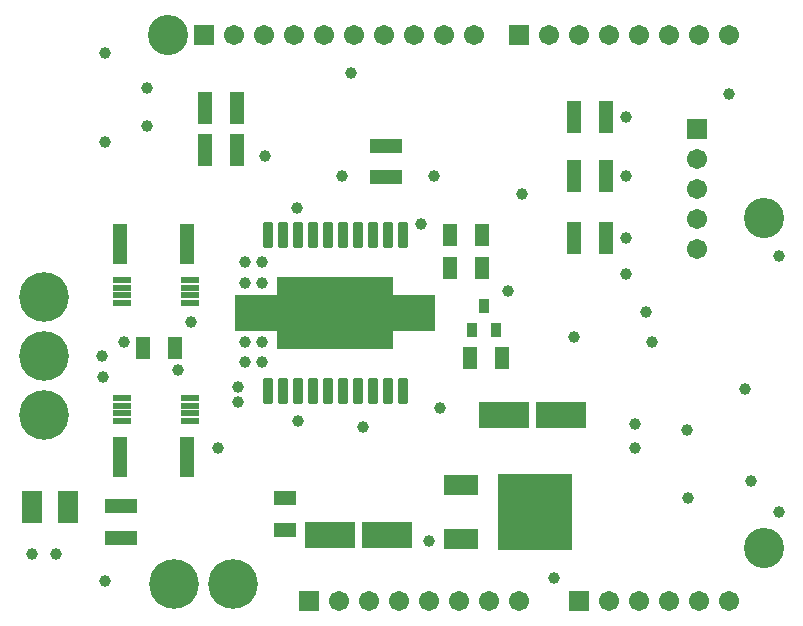
<source format=gts>
G04*
G04 #@! TF.GenerationSoftware,Altium Limited,Altium Designer,18.0.7 (293)*
G04*
G04 Layer_Color=8388736*
%FSLAX25Y25*%
%MOIN*%
G70*
G01*
G75*
%ADD25R,0.05131X0.13792*%
%ADD26R,0.11036X0.05131*%
%ADD27R,0.05131X0.11036*%
%ADD28R,0.38595X0.24422*%
%ADD29R,0.16548X0.12217*%
G04:AMPARAMS|DCode=30|XSize=86.35mil|YSize=32.8mil|CornerRadius=5.98mil|HoleSize=0mil|Usage=FLASHONLY|Rotation=90.000|XOffset=0mil|YOffset=0mil|HoleType=Round|Shape=RoundedRectangle|*
%AMROUNDEDRECTD30*
21,1,0.08635,0.02084,0,0,90.0*
21,1,0.07438,0.03280,0,0,90.0*
1,1,0.01197,0.01042,0.03719*
1,1,0.01197,0.01042,-0.03719*
1,1,0.01197,-0.01042,-0.03719*
1,1,0.01197,-0.01042,0.03719*
%
%ADD30ROUNDEDRECTD30*%
%ADD31R,0.24816X0.25603*%
%ADD32R,0.11824X0.06706*%
%ADD33R,0.06299X0.01968*%
%ADD34R,0.06706X0.11036*%
%ADD35R,0.05131X0.07493*%
%ADD36R,0.16548X0.08674*%
%ADD37R,0.07493X0.05131*%
%ADD38R,0.03556X0.04737*%
%ADD39C,0.16548*%
%ADD40C,0.06706*%
%ADD41R,0.06706X0.06706*%
%ADD42R,0.06706X0.06706*%
%ADD43C,0.13398*%
%ADD44C,0.03950*%
%ADD45C,0.02769*%
D25*
X65354Y128937D02*
D03*
X42913D02*
D03*
X65354Y58071D02*
D03*
X42913D02*
D03*
D26*
X131890Y161811D02*
D03*
Y151181D02*
D03*
X43307Y41732D02*
D03*
Y31102D02*
D03*
D27*
X82087Y160433D02*
D03*
X71457D02*
D03*
X82087Y174213D02*
D03*
X71457D02*
D03*
X194488Y130905D02*
D03*
X205118D02*
D03*
X194488Y151575D02*
D03*
X205118D02*
D03*
X194488Y171260D02*
D03*
X205118D02*
D03*
D28*
X114783Y105866D02*
D03*
D29*
X139882D02*
D03*
X89685D02*
D03*
D30*
X92283Y131890D02*
D03*
X97283D02*
D03*
X102283D02*
D03*
X107283D02*
D03*
X112283D02*
D03*
X117283D02*
D03*
X122283D02*
D03*
X127283D02*
D03*
X132283D02*
D03*
X137283D02*
D03*
Y79843D02*
D03*
X132283D02*
D03*
X127283D02*
D03*
X122283D02*
D03*
X117283D02*
D03*
X112283D02*
D03*
X107283D02*
D03*
X102283D02*
D03*
X97283D02*
D03*
X92283D02*
D03*
D31*
X181398Y39567D02*
D03*
D32*
X156791Y30622D02*
D03*
Y48622D02*
D03*
D33*
X43701Y117028D02*
D03*
Y114469D02*
D03*
X66535Y117028D02*
D03*
Y114469D02*
D03*
X43701Y111909D02*
D03*
Y109350D02*
D03*
X66535Y111909D02*
D03*
Y109350D02*
D03*
X43701Y77658D02*
D03*
Y75098D02*
D03*
X66535Y77658D02*
D03*
Y75098D02*
D03*
X43701Y72539D02*
D03*
Y69980D02*
D03*
X66535Y72539D02*
D03*
Y69980D02*
D03*
D34*
X13780Y41339D02*
D03*
X25591D02*
D03*
D35*
X61417Y94488D02*
D03*
X50787D02*
D03*
X170315Y91000D02*
D03*
X159685D02*
D03*
X163779Y131890D02*
D03*
X153150D02*
D03*
X163779Y121063D02*
D03*
X153150D02*
D03*
D36*
X113102Y32000D02*
D03*
X132000D02*
D03*
X189898Y72000D02*
D03*
X171000D02*
D03*
D37*
X98000Y33685D02*
D03*
Y44315D02*
D03*
D38*
X168370Y100457D02*
D03*
X160496D02*
D03*
X164433Y108331D02*
D03*
D39*
X80709Y15748D02*
D03*
X61024D02*
D03*
X17717Y111221D02*
D03*
Y91535D02*
D03*
Y71850D02*
D03*
D40*
X235236Y127480D02*
D03*
Y137480D02*
D03*
Y147480D02*
D03*
Y157480D02*
D03*
X115984Y10000D02*
D03*
X125984D02*
D03*
X135984D02*
D03*
X145984D02*
D03*
X155984D02*
D03*
X165984D02*
D03*
X175984D02*
D03*
X206063D02*
D03*
X216063D02*
D03*
X226063D02*
D03*
X236063D02*
D03*
X246063D02*
D03*
X91063Y198819D02*
D03*
X161063D02*
D03*
X151063D02*
D03*
X141063D02*
D03*
X131063D02*
D03*
X121063D02*
D03*
X111063D02*
D03*
X101063D02*
D03*
X81063D02*
D03*
X186063D02*
D03*
X196063D02*
D03*
X206063D02*
D03*
X216063D02*
D03*
X226063D02*
D03*
X236063D02*
D03*
X246063D02*
D03*
D41*
X235236Y167480D02*
D03*
D42*
X105984Y10000D02*
D03*
X196063D02*
D03*
X71063Y198819D02*
D03*
X176063D02*
D03*
D43*
X257874Y137795D02*
D03*
Y27559D02*
D03*
X59055Y198819D02*
D03*
D44*
X251378Y80709D02*
D03*
X75886Y60925D02*
D03*
X143405Y135728D02*
D03*
X120079Y186024D02*
D03*
X214567Y61024D02*
D03*
X21654Y25591D02*
D03*
X13780D02*
D03*
X102559Y70079D02*
D03*
X66634Y102953D02*
D03*
X62402Y87106D02*
D03*
X82284Y76378D02*
D03*
X90551Y89567D02*
D03*
Y96457D02*
D03*
Y116142D02*
D03*
Y123031D02*
D03*
X84646D02*
D03*
Y116142D02*
D03*
X82284Y81496D02*
D03*
X84646Y96457D02*
D03*
Y89567D02*
D03*
X232480Y44291D02*
D03*
X232185Y66929D02*
D03*
X246161Y179035D02*
D03*
X262598Y124902D02*
D03*
Y39665D02*
D03*
X253445Y50000D02*
D03*
X187598Y17618D02*
D03*
X37992Y16831D02*
D03*
Y162894D02*
D03*
Y192618D02*
D03*
X37205Y91732D02*
D03*
X149606Y74233D02*
D03*
X37402Y84646D02*
D03*
X146000Y30059D02*
D03*
X194323Y98000D02*
D03*
X102000Y141000D02*
D03*
X44291Y96457D02*
D03*
X214567Y68898D02*
D03*
X91535Y158465D02*
D03*
X177165Y145669D02*
D03*
X52165Y168307D02*
D03*
Y181102D02*
D03*
X172244Y113189D02*
D03*
X117126Y151575D02*
D03*
X220472Y96457D02*
D03*
X218504Y106299D02*
D03*
X211614Y119095D02*
D03*
X124016Y67913D02*
D03*
X147638Y151575D02*
D03*
X211614Y130905D02*
D03*
Y151575D02*
D03*
Y171260D02*
D03*
D45*
X106909Y113740D02*
D03*
Y105866D02*
D03*
Y97992D02*
D03*
X114783D02*
D03*
Y105866D02*
D03*
Y113740D02*
D03*
X122657D02*
D03*
Y105866D02*
D03*
Y97992D02*
D03*
M02*

</source>
